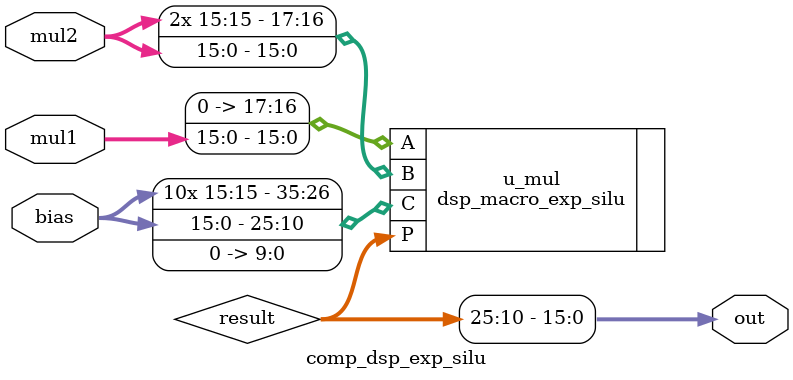
<source format=v>
`timescale 1ns/1ps

module comp_dsp_exp_silu(
    input wire [15:0] mul1,
    input wire [15:0] mul2,
    input wire [15:0] bias,
    output wire [15:0] out
);

    wire [47:0] result;

    dsp_macro_exp_silu u_mul(
        .A({2'b0, mul1}),
        .B({{2{mul2[15]}}, mul2}),
        .C({{10{bias[15]}}, bias, 10'b0}),
        .P(result)
    );

    assign out=result[25:10];
endmodule
</source>
